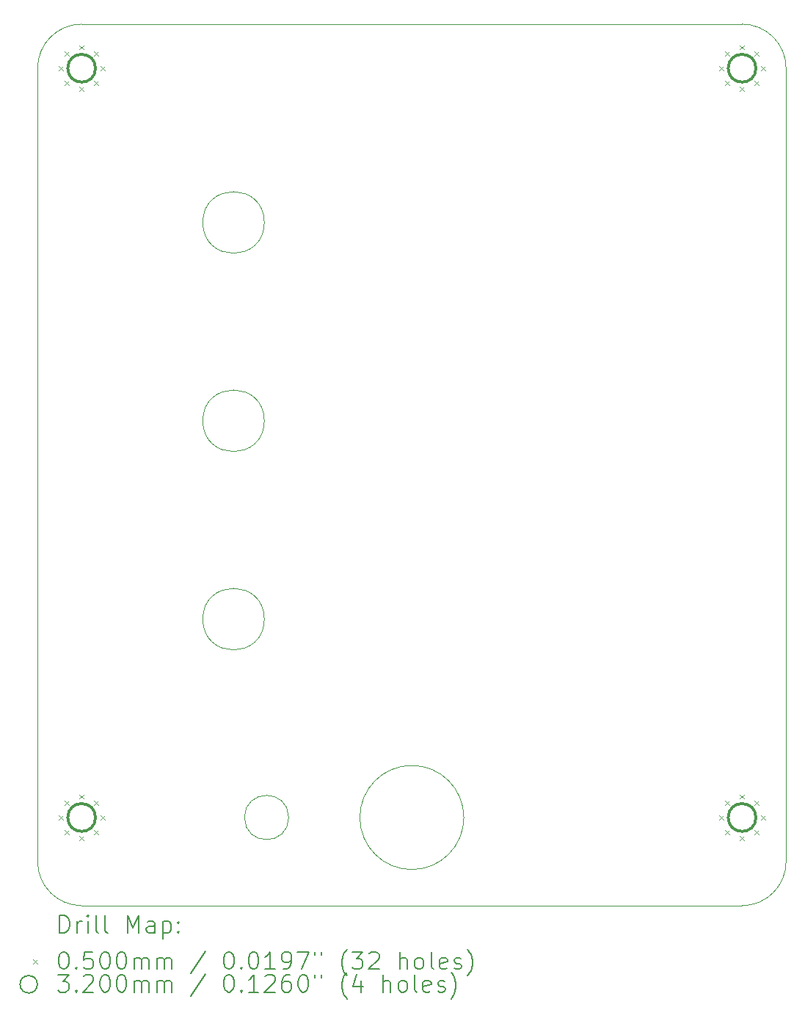
<source format=gbr>
%FSLAX45Y45*%
G04 Gerber Fmt 4.5, Leading zero omitted, Abs format (unit mm)*
G04 Created by KiCad (PCBNEW 6.0.5+dfsg-1~bpo11+1) date 2022-10-16 01:22:10*
%MOMM*%
%LPD*%
G01*
G04 APERTURE LIST*
%TA.AperFunction,Profile*%
%ADD10C,0.050000*%
%TD*%
%ADD11C,0.200000*%
%ADD12C,0.050000*%
%ADD13C,0.320000*%
G04 APERTURE END LIST*
D10*
X13309000Y-12192000D02*
G75*
G03*
X13309000Y-12192000I-355000J0D01*
G01*
X18821400Y-15494000D02*
G75*
G03*
X19329400Y-14986000I0J508000D01*
G01*
X10693400Y-14986000D02*
G75*
G03*
X11201400Y-15494000I508000J0D01*
G01*
X11201400Y-5334000D02*
G75*
G03*
X10693400Y-5842000I0J-508000D01*
G01*
X19329400Y-14986000D02*
X19329400Y-5842000D01*
X10693400Y-5842000D02*
X10693400Y-14986000D01*
X18821400Y-5334000D02*
X11201400Y-5334000D01*
X15611400Y-14478000D02*
G75*
G03*
X15611400Y-14478000I-600000J0D01*
G01*
X13309000Y-7620000D02*
G75*
G03*
X13309000Y-7620000I-355000J0D01*
G01*
X13590000Y-14478000D02*
G75*
G03*
X13590000Y-14478000I-255000J0D01*
G01*
X19329400Y-5842000D02*
G75*
G03*
X18821400Y-5334000I-508000J0D01*
G01*
X11201400Y-15494000D02*
X18821400Y-15494000D01*
X13309000Y-9906000D02*
G75*
G03*
X13309000Y-9906000I-355000J0D01*
G01*
D11*
D12*
X10936400Y-5817000D02*
X10986400Y-5867000D01*
X10986400Y-5817000D02*
X10936400Y-5867000D01*
X10936400Y-14453000D02*
X10986400Y-14503000D01*
X10986400Y-14453000D02*
X10936400Y-14503000D01*
X11006694Y-5647294D02*
X11056694Y-5697294D01*
X11056694Y-5647294D02*
X11006694Y-5697294D01*
X11006694Y-5986706D02*
X11056694Y-6036706D01*
X11056694Y-5986706D02*
X11006694Y-6036706D01*
X11006694Y-14283294D02*
X11056694Y-14333294D01*
X11056694Y-14283294D02*
X11006694Y-14333294D01*
X11006694Y-14622706D02*
X11056694Y-14672706D01*
X11056694Y-14622706D02*
X11006694Y-14672706D01*
X11176400Y-5577000D02*
X11226400Y-5627000D01*
X11226400Y-5577000D02*
X11176400Y-5627000D01*
X11176400Y-6057000D02*
X11226400Y-6107000D01*
X11226400Y-6057000D02*
X11176400Y-6107000D01*
X11176400Y-14213000D02*
X11226400Y-14263000D01*
X11226400Y-14213000D02*
X11176400Y-14263000D01*
X11176400Y-14693000D02*
X11226400Y-14743000D01*
X11226400Y-14693000D02*
X11176400Y-14743000D01*
X11346106Y-5647294D02*
X11396106Y-5697294D01*
X11396106Y-5647294D02*
X11346106Y-5697294D01*
X11346106Y-5986706D02*
X11396106Y-6036706D01*
X11396106Y-5986706D02*
X11346106Y-6036706D01*
X11346106Y-14283294D02*
X11396106Y-14333294D01*
X11396106Y-14283294D02*
X11346106Y-14333294D01*
X11346106Y-14622706D02*
X11396106Y-14672706D01*
X11396106Y-14622706D02*
X11346106Y-14672706D01*
X11416400Y-5817000D02*
X11466400Y-5867000D01*
X11466400Y-5817000D02*
X11416400Y-5867000D01*
X11416400Y-14453000D02*
X11466400Y-14503000D01*
X11466400Y-14453000D02*
X11416400Y-14503000D01*
X18556400Y-5817000D02*
X18606400Y-5867000D01*
X18606400Y-5817000D02*
X18556400Y-5867000D01*
X18556400Y-14453000D02*
X18606400Y-14503000D01*
X18606400Y-14453000D02*
X18556400Y-14503000D01*
X18626694Y-5647294D02*
X18676694Y-5697294D01*
X18676694Y-5647294D02*
X18626694Y-5697294D01*
X18626694Y-5986706D02*
X18676694Y-6036706D01*
X18676694Y-5986706D02*
X18626694Y-6036706D01*
X18626694Y-14283294D02*
X18676694Y-14333294D01*
X18676694Y-14283294D02*
X18626694Y-14333294D01*
X18626694Y-14622706D02*
X18676694Y-14672706D01*
X18676694Y-14622706D02*
X18626694Y-14672706D01*
X18796400Y-5577000D02*
X18846400Y-5627000D01*
X18846400Y-5577000D02*
X18796400Y-5627000D01*
X18796400Y-6057000D02*
X18846400Y-6107000D01*
X18846400Y-6057000D02*
X18796400Y-6107000D01*
X18796400Y-14213000D02*
X18846400Y-14263000D01*
X18846400Y-14213000D02*
X18796400Y-14263000D01*
X18796400Y-14693000D02*
X18846400Y-14743000D01*
X18846400Y-14693000D02*
X18796400Y-14743000D01*
X18966106Y-5647294D02*
X19016106Y-5697294D01*
X19016106Y-5647294D02*
X18966106Y-5697294D01*
X18966106Y-5986706D02*
X19016106Y-6036706D01*
X19016106Y-5986706D02*
X18966106Y-6036706D01*
X18966106Y-14283294D02*
X19016106Y-14333294D01*
X19016106Y-14283294D02*
X18966106Y-14333294D01*
X18966106Y-14622706D02*
X19016106Y-14672706D01*
X19016106Y-14622706D02*
X18966106Y-14672706D01*
X19036400Y-5817000D02*
X19086400Y-5867000D01*
X19086400Y-5817000D02*
X19036400Y-5867000D01*
X19036400Y-14453000D02*
X19086400Y-14503000D01*
X19086400Y-14453000D02*
X19036400Y-14503000D01*
D13*
X11361400Y-5842000D02*
G75*
G03*
X11361400Y-5842000I-160000J0D01*
G01*
X11361400Y-14478000D02*
G75*
G03*
X11361400Y-14478000I-160000J0D01*
G01*
X18981400Y-5842000D02*
G75*
G03*
X18981400Y-5842000I-160000J0D01*
G01*
X18981400Y-14478000D02*
G75*
G03*
X18981400Y-14478000I-160000J0D01*
G01*
D11*
X10948519Y-15806976D02*
X10948519Y-15606976D01*
X10996138Y-15606976D01*
X11024710Y-15616500D01*
X11043757Y-15635548D01*
X11053281Y-15654595D01*
X11062805Y-15692690D01*
X11062805Y-15721262D01*
X11053281Y-15759357D01*
X11043757Y-15778405D01*
X11024710Y-15797452D01*
X10996138Y-15806976D01*
X10948519Y-15806976D01*
X11148519Y-15806976D02*
X11148519Y-15673643D01*
X11148519Y-15711738D02*
X11158043Y-15692690D01*
X11167567Y-15683167D01*
X11186614Y-15673643D01*
X11205662Y-15673643D01*
X11272328Y-15806976D02*
X11272328Y-15673643D01*
X11272328Y-15606976D02*
X11262805Y-15616500D01*
X11272328Y-15626024D01*
X11281852Y-15616500D01*
X11272328Y-15606976D01*
X11272328Y-15626024D01*
X11396138Y-15806976D02*
X11377090Y-15797452D01*
X11367567Y-15778405D01*
X11367567Y-15606976D01*
X11500900Y-15806976D02*
X11481852Y-15797452D01*
X11472328Y-15778405D01*
X11472328Y-15606976D01*
X11729471Y-15806976D02*
X11729471Y-15606976D01*
X11796138Y-15749833D01*
X11862805Y-15606976D01*
X11862805Y-15806976D01*
X12043757Y-15806976D02*
X12043757Y-15702214D01*
X12034233Y-15683167D01*
X12015186Y-15673643D01*
X11977090Y-15673643D01*
X11958043Y-15683167D01*
X12043757Y-15797452D02*
X12024709Y-15806976D01*
X11977090Y-15806976D01*
X11958043Y-15797452D01*
X11948519Y-15778405D01*
X11948519Y-15759357D01*
X11958043Y-15740309D01*
X11977090Y-15730786D01*
X12024709Y-15730786D01*
X12043757Y-15721262D01*
X12138995Y-15673643D02*
X12138995Y-15873643D01*
X12138995Y-15683167D02*
X12158043Y-15673643D01*
X12196138Y-15673643D01*
X12215186Y-15683167D01*
X12224709Y-15692690D01*
X12234233Y-15711738D01*
X12234233Y-15768881D01*
X12224709Y-15787928D01*
X12215186Y-15797452D01*
X12196138Y-15806976D01*
X12158043Y-15806976D01*
X12138995Y-15797452D01*
X12319948Y-15787928D02*
X12329471Y-15797452D01*
X12319948Y-15806976D01*
X12310424Y-15797452D01*
X12319948Y-15787928D01*
X12319948Y-15806976D01*
X12319948Y-15683167D02*
X12329471Y-15692690D01*
X12319948Y-15702214D01*
X12310424Y-15692690D01*
X12319948Y-15683167D01*
X12319948Y-15702214D01*
D12*
X10640900Y-16111500D02*
X10690900Y-16161500D01*
X10690900Y-16111500D02*
X10640900Y-16161500D01*
D11*
X10986614Y-16026976D02*
X11005662Y-16026976D01*
X11024710Y-16036500D01*
X11034233Y-16046024D01*
X11043757Y-16065071D01*
X11053281Y-16103167D01*
X11053281Y-16150786D01*
X11043757Y-16188881D01*
X11034233Y-16207928D01*
X11024710Y-16217452D01*
X11005662Y-16226976D01*
X10986614Y-16226976D01*
X10967567Y-16217452D01*
X10958043Y-16207928D01*
X10948519Y-16188881D01*
X10938995Y-16150786D01*
X10938995Y-16103167D01*
X10948519Y-16065071D01*
X10958043Y-16046024D01*
X10967567Y-16036500D01*
X10986614Y-16026976D01*
X11138995Y-16207928D02*
X11148519Y-16217452D01*
X11138995Y-16226976D01*
X11129471Y-16217452D01*
X11138995Y-16207928D01*
X11138995Y-16226976D01*
X11329471Y-16026976D02*
X11234233Y-16026976D01*
X11224709Y-16122214D01*
X11234233Y-16112690D01*
X11253281Y-16103167D01*
X11300900Y-16103167D01*
X11319948Y-16112690D01*
X11329471Y-16122214D01*
X11338995Y-16141262D01*
X11338995Y-16188881D01*
X11329471Y-16207928D01*
X11319948Y-16217452D01*
X11300900Y-16226976D01*
X11253281Y-16226976D01*
X11234233Y-16217452D01*
X11224709Y-16207928D01*
X11462805Y-16026976D02*
X11481852Y-16026976D01*
X11500900Y-16036500D01*
X11510424Y-16046024D01*
X11519948Y-16065071D01*
X11529471Y-16103167D01*
X11529471Y-16150786D01*
X11519948Y-16188881D01*
X11510424Y-16207928D01*
X11500900Y-16217452D01*
X11481852Y-16226976D01*
X11462805Y-16226976D01*
X11443757Y-16217452D01*
X11434233Y-16207928D01*
X11424709Y-16188881D01*
X11415186Y-16150786D01*
X11415186Y-16103167D01*
X11424709Y-16065071D01*
X11434233Y-16046024D01*
X11443757Y-16036500D01*
X11462805Y-16026976D01*
X11653281Y-16026976D02*
X11672328Y-16026976D01*
X11691376Y-16036500D01*
X11700900Y-16046024D01*
X11710424Y-16065071D01*
X11719948Y-16103167D01*
X11719948Y-16150786D01*
X11710424Y-16188881D01*
X11700900Y-16207928D01*
X11691376Y-16217452D01*
X11672328Y-16226976D01*
X11653281Y-16226976D01*
X11634233Y-16217452D01*
X11624709Y-16207928D01*
X11615186Y-16188881D01*
X11605662Y-16150786D01*
X11605662Y-16103167D01*
X11615186Y-16065071D01*
X11624709Y-16046024D01*
X11634233Y-16036500D01*
X11653281Y-16026976D01*
X11805662Y-16226976D02*
X11805662Y-16093643D01*
X11805662Y-16112690D02*
X11815186Y-16103167D01*
X11834233Y-16093643D01*
X11862805Y-16093643D01*
X11881852Y-16103167D01*
X11891376Y-16122214D01*
X11891376Y-16226976D01*
X11891376Y-16122214D02*
X11900900Y-16103167D01*
X11919948Y-16093643D01*
X11948519Y-16093643D01*
X11967567Y-16103167D01*
X11977090Y-16122214D01*
X11977090Y-16226976D01*
X12072328Y-16226976D02*
X12072328Y-16093643D01*
X12072328Y-16112690D02*
X12081852Y-16103167D01*
X12100900Y-16093643D01*
X12129471Y-16093643D01*
X12148519Y-16103167D01*
X12158043Y-16122214D01*
X12158043Y-16226976D01*
X12158043Y-16122214D02*
X12167567Y-16103167D01*
X12186614Y-16093643D01*
X12215186Y-16093643D01*
X12234233Y-16103167D01*
X12243757Y-16122214D01*
X12243757Y-16226976D01*
X12634233Y-16017452D02*
X12462805Y-16274595D01*
X12891376Y-16026976D02*
X12910424Y-16026976D01*
X12929471Y-16036500D01*
X12938995Y-16046024D01*
X12948519Y-16065071D01*
X12958043Y-16103167D01*
X12958043Y-16150786D01*
X12948519Y-16188881D01*
X12938995Y-16207928D01*
X12929471Y-16217452D01*
X12910424Y-16226976D01*
X12891376Y-16226976D01*
X12872328Y-16217452D01*
X12862805Y-16207928D01*
X12853281Y-16188881D01*
X12843757Y-16150786D01*
X12843757Y-16103167D01*
X12853281Y-16065071D01*
X12862805Y-16046024D01*
X12872328Y-16036500D01*
X12891376Y-16026976D01*
X13043757Y-16207928D02*
X13053281Y-16217452D01*
X13043757Y-16226976D01*
X13034233Y-16217452D01*
X13043757Y-16207928D01*
X13043757Y-16226976D01*
X13177090Y-16026976D02*
X13196138Y-16026976D01*
X13215186Y-16036500D01*
X13224709Y-16046024D01*
X13234233Y-16065071D01*
X13243757Y-16103167D01*
X13243757Y-16150786D01*
X13234233Y-16188881D01*
X13224709Y-16207928D01*
X13215186Y-16217452D01*
X13196138Y-16226976D01*
X13177090Y-16226976D01*
X13158043Y-16217452D01*
X13148519Y-16207928D01*
X13138995Y-16188881D01*
X13129471Y-16150786D01*
X13129471Y-16103167D01*
X13138995Y-16065071D01*
X13148519Y-16046024D01*
X13158043Y-16036500D01*
X13177090Y-16026976D01*
X13434233Y-16226976D02*
X13319948Y-16226976D01*
X13377090Y-16226976D02*
X13377090Y-16026976D01*
X13358043Y-16055548D01*
X13338995Y-16074595D01*
X13319948Y-16084119D01*
X13529471Y-16226976D02*
X13567567Y-16226976D01*
X13586614Y-16217452D01*
X13596138Y-16207928D01*
X13615186Y-16179357D01*
X13624709Y-16141262D01*
X13624709Y-16065071D01*
X13615186Y-16046024D01*
X13605662Y-16036500D01*
X13586614Y-16026976D01*
X13548519Y-16026976D01*
X13529471Y-16036500D01*
X13519948Y-16046024D01*
X13510424Y-16065071D01*
X13510424Y-16112690D01*
X13519948Y-16131738D01*
X13529471Y-16141262D01*
X13548519Y-16150786D01*
X13586614Y-16150786D01*
X13605662Y-16141262D01*
X13615186Y-16131738D01*
X13624709Y-16112690D01*
X13691376Y-16026976D02*
X13824709Y-16026976D01*
X13738995Y-16226976D01*
X13891376Y-16026976D02*
X13891376Y-16065071D01*
X13967567Y-16026976D02*
X13967567Y-16065071D01*
X14262805Y-16303167D02*
X14253281Y-16293643D01*
X14234233Y-16265071D01*
X14224709Y-16246024D01*
X14215186Y-16217452D01*
X14205662Y-16169833D01*
X14205662Y-16131738D01*
X14215186Y-16084119D01*
X14224709Y-16055548D01*
X14234233Y-16036500D01*
X14253281Y-16007928D01*
X14262805Y-15998405D01*
X14319948Y-16026976D02*
X14443757Y-16026976D01*
X14377090Y-16103167D01*
X14405662Y-16103167D01*
X14424709Y-16112690D01*
X14434233Y-16122214D01*
X14443757Y-16141262D01*
X14443757Y-16188881D01*
X14434233Y-16207928D01*
X14424709Y-16217452D01*
X14405662Y-16226976D01*
X14348519Y-16226976D01*
X14329471Y-16217452D01*
X14319948Y-16207928D01*
X14519948Y-16046024D02*
X14529471Y-16036500D01*
X14548519Y-16026976D01*
X14596138Y-16026976D01*
X14615186Y-16036500D01*
X14624709Y-16046024D01*
X14634233Y-16065071D01*
X14634233Y-16084119D01*
X14624709Y-16112690D01*
X14510424Y-16226976D01*
X14634233Y-16226976D01*
X14872328Y-16226976D02*
X14872328Y-16026976D01*
X14958043Y-16226976D02*
X14958043Y-16122214D01*
X14948519Y-16103167D01*
X14929471Y-16093643D01*
X14900900Y-16093643D01*
X14881852Y-16103167D01*
X14872328Y-16112690D01*
X15081852Y-16226976D02*
X15062805Y-16217452D01*
X15053281Y-16207928D01*
X15043757Y-16188881D01*
X15043757Y-16131738D01*
X15053281Y-16112690D01*
X15062805Y-16103167D01*
X15081852Y-16093643D01*
X15110424Y-16093643D01*
X15129471Y-16103167D01*
X15138995Y-16112690D01*
X15148519Y-16131738D01*
X15148519Y-16188881D01*
X15138995Y-16207928D01*
X15129471Y-16217452D01*
X15110424Y-16226976D01*
X15081852Y-16226976D01*
X15262805Y-16226976D02*
X15243757Y-16217452D01*
X15234233Y-16198405D01*
X15234233Y-16026976D01*
X15415186Y-16217452D02*
X15396138Y-16226976D01*
X15358043Y-16226976D01*
X15338995Y-16217452D01*
X15329471Y-16198405D01*
X15329471Y-16122214D01*
X15338995Y-16103167D01*
X15358043Y-16093643D01*
X15396138Y-16093643D01*
X15415186Y-16103167D01*
X15424709Y-16122214D01*
X15424709Y-16141262D01*
X15329471Y-16160309D01*
X15500900Y-16217452D02*
X15519948Y-16226976D01*
X15558043Y-16226976D01*
X15577090Y-16217452D01*
X15586614Y-16198405D01*
X15586614Y-16188881D01*
X15577090Y-16169833D01*
X15558043Y-16160309D01*
X15529471Y-16160309D01*
X15510424Y-16150786D01*
X15500900Y-16131738D01*
X15500900Y-16122214D01*
X15510424Y-16103167D01*
X15529471Y-16093643D01*
X15558043Y-16093643D01*
X15577090Y-16103167D01*
X15653281Y-16303167D02*
X15662805Y-16293643D01*
X15681852Y-16265071D01*
X15691376Y-16246024D01*
X15700900Y-16217452D01*
X15710424Y-16169833D01*
X15710424Y-16131738D01*
X15700900Y-16084119D01*
X15691376Y-16055548D01*
X15681852Y-16036500D01*
X15662805Y-16007928D01*
X15653281Y-15998405D01*
X10690900Y-16400500D02*
G75*
G03*
X10690900Y-16400500I-100000J0D01*
G01*
X10929471Y-16290976D02*
X11053281Y-16290976D01*
X10986614Y-16367167D01*
X11015186Y-16367167D01*
X11034233Y-16376690D01*
X11043757Y-16386214D01*
X11053281Y-16405262D01*
X11053281Y-16452881D01*
X11043757Y-16471928D01*
X11034233Y-16481452D01*
X11015186Y-16490976D01*
X10958043Y-16490976D01*
X10938995Y-16481452D01*
X10929471Y-16471928D01*
X11138995Y-16471928D02*
X11148519Y-16481452D01*
X11138995Y-16490976D01*
X11129471Y-16481452D01*
X11138995Y-16471928D01*
X11138995Y-16490976D01*
X11224709Y-16310024D02*
X11234233Y-16300500D01*
X11253281Y-16290976D01*
X11300900Y-16290976D01*
X11319948Y-16300500D01*
X11329471Y-16310024D01*
X11338995Y-16329071D01*
X11338995Y-16348119D01*
X11329471Y-16376690D01*
X11215186Y-16490976D01*
X11338995Y-16490976D01*
X11462805Y-16290976D02*
X11481852Y-16290976D01*
X11500900Y-16300500D01*
X11510424Y-16310024D01*
X11519948Y-16329071D01*
X11529471Y-16367167D01*
X11529471Y-16414786D01*
X11519948Y-16452881D01*
X11510424Y-16471928D01*
X11500900Y-16481452D01*
X11481852Y-16490976D01*
X11462805Y-16490976D01*
X11443757Y-16481452D01*
X11434233Y-16471928D01*
X11424709Y-16452881D01*
X11415186Y-16414786D01*
X11415186Y-16367167D01*
X11424709Y-16329071D01*
X11434233Y-16310024D01*
X11443757Y-16300500D01*
X11462805Y-16290976D01*
X11653281Y-16290976D02*
X11672328Y-16290976D01*
X11691376Y-16300500D01*
X11700900Y-16310024D01*
X11710424Y-16329071D01*
X11719948Y-16367167D01*
X11719948Y-16414786D01*
X11710424Y-16452881D01*
X11700900Y-16471928D01*
X11691376Y-16481452D01*
X11672328Y-16490976D01*
X11653281Y-16490976D01*
X11634233Y-16481452D01*
X11624709Y-16471928D01*
X11615186Y-16452881D01*
X11605662Y-16414786D01*
X11605662Y-16367167D01*
X11615186Y-16329071D01*
X11624709Y-16310024D01*
X11634233Y-16300500D01*
X11653281Y-16290976D01*
X11805662Y-16490976D02*
X11805662Y-16357643D01*
X11805662Y-16376690D02*
X11815186Y-16367167D01*
X11834233Y-16357643D01*
X11862805Y-16357643D01*
X11881852Y-16367167D01*
X11891376Y-16386214D01*
X11891376Y-16490976D01*
X11891376Y-16386214D02*
X11900900Y-16367167D01*
X11919948Y-16357643D01*
X11948519Y-16357643D01*
X11967567Y-16367167D01*
X11977090Y-16386214D01*
X11977090Y-16490976D01*
X12072328Y-16490976D02*
X12072328Y-16357643D01*
X12072328Y-16376690D02*
X12081852Y-16367167D01*
X12100900Y-16357643D01*
X12129471Y-16357643D01*
X12148519Y-16367167D01*
X12158043Y-16386214D01*
X12158043Y-16490976D01*
X12158043Y-16386214D02*
X12167567Y-16367167D01*
X12186614Y-16357643D01*
X12215186Y-16357643D01*
X12234233Y-16367167D01*
X12243757Y-16386214D01*
X12243757Y-16490976D01*
X12634233Y-16281452D02*
X12462805Y-16538595D01*
X12891376Y-16290976D02*
X12910424Y-16290976D01*
X12929471Y-16300500D01*
X12938995Y-16310024D01*
X12948519Y-16329071D01*
X12958043Y-16367167D01*
X12958043Y-16414786D01*
X12948519Y-16452881D01*
X12938995Y-16471928D01*
X12929471Y-16481452D01*
X12910424Y-16490976D01*
X12891376Y-16490976D01*
X12872328Y-16481452D01*
X12862805Y-16471928D01*
X12853281Y-16452881D01*
X12843757Y-16414786D01*
X12843757Y-16367167D01*
X12853281Y-16329071D01*
X12862805Y-16310024D01*
X12872328Y-16300500D01*
X12891376Y-16290976D01*
X13043757Y-16471928D02*
X13053281Y-16481452D01*
X13043757Y-16490976D01*
X13034233Y-16481452D01*
X13043757Y-16471928D01*
X13043757Y-16490976D01*
X13243757Y-16490976D02*
X13129471Y-16490976D01*
X13186614Y-16490976D02*
X13186614Y-16290976D01*
X13167567Y-16319548D01*
X13148519Y-16338595D01*
X13129471Y-16348119D01*
X13319948Y-16310024D02*
X13329471Y-16300500D01*
X13348519Y-16290976D01*
X13396138Y-16290976D01*
X13415186Y-16300500D01*
X13424709Y-16310024D01*
X13434233Y-16329071D01*
X13434233Y-16348119D01*
X13424709Y-16376690D01*
X13310424Y-16490976D01*
X13434233Y-16490976D01*
X13605662Y-16290976D02*
X13567567Y-16290976D01*
X13548519Y-16300500D01*
X13538995Y-16310024D01*
X13519948Y-16338595D01*
X13510424Y-16376690D01*
X13510424Y-16452881D01*
X13519948Y-16471928D01*
X13529471Y-16481452D01*
X13548519Y-16490976D01*
X13586614Y-16490976D01*
X13605662Y-16481452D01*
X13615186Y-16471928D01*
X13624709Y-16452881D01*
X13624709Y-16405262D01*
X13615186Y-16386214D01*
X13605662Y-16376690D01*
X13586614Y-16367167D01*
X13548519Y-16367167D01*
X13529471Y-16376690D01*
X13519948Y-16386214D01*
X13510424Y-16405262D01*
X13748519Y-16290976D02*
X13767567Y-16290976D01*
X13786614Y-16300500D01*
X13796138Y-16310024D01*
X13805662Y-16329071D01*
X13815186Y-16367167D01*
X13815186Y-16414786D01*
X13805662Y-16452881D01*
X13796138Y-16471928D01*
X13786614Y-16481452D01*
X13767567Y-16490976D01*
X13748519Y-16490976D01*
X13729471Y-16481452D01*
X13719948Y-16471928D01*
X13710424Y-16452881D01*
X13700900Y-16414786D01*
X13700900Y-16367167D01*
X13710424Y-16329071D01*
X13719948Y-16310024D01*
X13729471Y-16300500D01*
X13748519Y-16290976D01*
X13891376Y-16290976D02*
X13891376Y-16329071D01*
X13967567Y-16290976D02*
X13967567Y-16329071D01*
X14262805Y-16567167D02*
X14253281Y-16557643D01*
X14234233Y-16529071D01*
X14224709Y-16510024D01*
X14215186Y-16481452D01*
X14205662Y-16433833D01*
X14205662Y-16395738D01*
X14215186Y-16348119D01*
X14224709Y-16319548D01*
X14234233Y-16300500D01*
X14253281Y-16271928D01*
X14262805Y-16262405D01*
X14424709Y-16357643D02*
X14424709Y-16490976D01*
X14377090Y-16281452D02*
X14329471Y-16424309D01*
X14453281Y-16424309D01*
X14681852Y-16490976D02*
X14681852Y-16290976D01*
X14767567Y-16490976D02*
X14767567Y-16386214D01*
X14758043Y-16367167D01*
X14738995Y-16357643D01*
X14710424Y-16357643D01*
X14691376Y-16367167D01*
X14681852Y-16376690D01*
X14891376Y-16490976D02*
X14872328Y-16481452D01*
X14862805Y-16471928D01*
X14853281Y-16452881D01*
X14853281Y-16395738D01*
X14862805Y-16376690D01*
X14872328Y-16367167D01*
X14891376Y-16357643D01*
X14919948Y-16357643D01*
X14938995Y-16367167D01*
X14948519Y-16376690D01*
X14958043Y-16395738D01*
X14958043Y-16452881D01*
X14948519Y-16471928D01*
X14938995Y-16481452D01*
X14919948Y-16490976D01*
X14891376Y-16490976D01*
X15072328Y-16490976D02*
X15053281Y-16481452D01*
X15043757Y-16462405D01*
X15043757Y-16290976D01*
X15224709Y-16481452D02*
X15205662Y-16490976D01*
X15167567Y-16490976D01*
X15148519Y-16481452D01*
X15138995Y-16462405D01*
X15138995Y-16386214D01*
X15148519Y-16367167D01*
X15167567Y-16357643D01*
X15205662Y-16357643D01*
X15224709Y-16367167D01*
X15234233Y-16386214D01*
X15234233Y-16405262D01*
X15138995Y-16424309D01*
X15310424Y-16481452D02*
X15329471Y-16490976D01*
X15367567Y-16490976D01*
X15386614Y-16481452D01*
X15396138Y-16462405D01*
X15396138Y-16452881D01*
X15386614Y-16433833D01*
X15367567Y-16424309D01*
X15338995Y-16424309D01*
X15319948Y-16414786D01*
X15310424Y-16395738D01*
X15310424Y-16386214D01*
X15319948Y-16367167D01*
X15338995Y-16357643D01*
X15367567Y-16357643D01*
X15386614Y-16367167D01*
X15462805Y-16567167D02*
X15472328Y-16557643D01*
X15491376Y-16529071D01*
X15500900Y-16510024D01*
X15510424Y-16481452D01*
X15519948Y-16433833D01*
X15519948Y-16395738D01*
X15510424Y-16348119D01*
X15500900Y-16319548D01*
X15491376Y-16300500D01*
X15472328Y-16271928D01*
X15462805Y-16262405D01*
M02*

</source>
